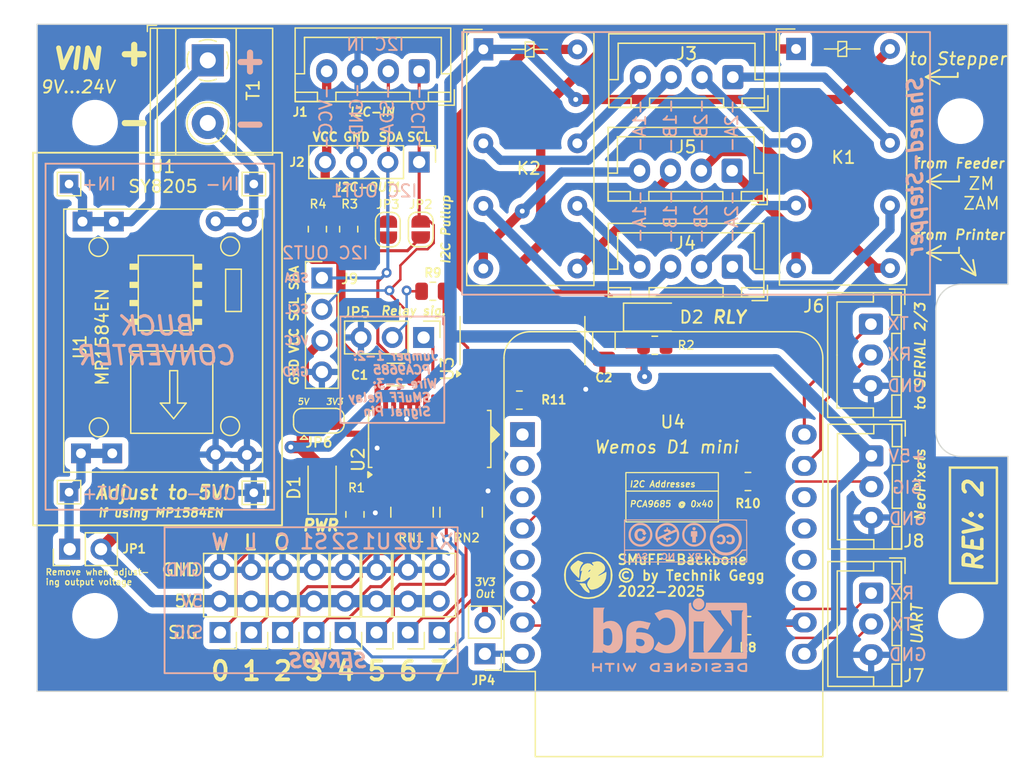
<source format=kicad_pcb>
(kicad_pcb (version 20240108) (generator "pcbnew") (generator_version "8.0")
  (title_block (title "SMuFF Backbone PCB") (date "2022-06-22") (rev "2") (company "Technik Gegg") (comment 4 "AISLER Project ID: QCVDIOMU"))
  (layers (0 "F.Cu" signal) (31 "B.Cu" signal) (34 "B.Paste" user) (35 "F.Paste" user) (36 "B.SilkS" user "B.Silkscreen") (37 "F.SilkS" user "F.Silkscreen") (38 "B.Mask" user) (39 "F.Mask" user) (44 "Edge.Cuts" user))
  (net 0 "")
  (net 1 "+3V3")
  (net 2 "GND")
  (net 3 "5VOUT")
  (net 4 "SCL")
  (net 5 "SDA")
  (net 6 "Servo 0")
  (net 7 "Servo 1")
  (net 8 "Servo 2")
  (net 9 "Servo 3")
  (net 10 "Servo 4")
  (net 11 "Servo 5")
  (net 12 "Servo 6")
  (net 13 "Servo 7")
  (net 14 "Net-(D1-K)")
  (net 15 "Net-(D2-K)")
  (net 16 "Net-(D2-A)")
  (net 17 "Net-(J3-Pin_1)")
  (net 18 "Net-(J3-Pin_3)")
  (net 19 "Net-(J3-Pin_4)")
  (net 20 "Net-(J3-Pin_2)")
  (net 21 "Net-(J4-Pin_1)")
  (net 22 "Net-(J4-Pin_2)")
  (net 23 "Net-(J4-Pin_4)")
  (net 24 "Net-(J4-Pin_3)")
  (net 25 "Net-(J5-Pin_2)")
  (net 26 "Net-(J5-Pin_1)")
  (net 27 "Net-(J5-Pin_4)")
  (net 28 "Net-(J5-Pin_3)")
  (net 29 "Net-(J6-Pin_1)")
  (net 30 "Net-(J6-Pin_2)")
  (net 31 "Net-(J7-Pin_2)")
  (net 32 "Net-(J7-Pin_1)")
  (net 33 "Net-(J8-Pin_2)")
  (net 34 "Net-(J9-Pin_3)")
  (net 35 "Net-(JP1-A)")
  (net 36 "Net-(JP2-B)")
  (net 37 "Net-(JP3-B)")
  (net 38 "Net-(JP4-A)")
  (net 39 "Net-(JP5-C)")
  (net 40 "Net-(U3-O3)")
  (net 41 "Net-(U3-O1)")
  (net 42 "Net-(U3-I1)")
  (net 43 "Net-(U4-SCK{slash}D5)")
  (net 44 "Net-(RN1-R4.1)")
  (net 45 "Net-(RN1-R3.1)")
  (net 46 "Net-(RN1-R2.1)")
  (net 47 "Net-(RN1-R1.1)")
  (net 48 "Net-(RN2-R3.1)")
  (net 49 "Net-(RN2-R2.1)")
  (net 50 "Net-(RN2-R1.1)")
  (net 51 "Net-(RN2-R4.1)")
  (net 52 "RELAY")
  (net 53 "Net-(T1-Pin_2)")
  (net 54 "Net-(T1-Pin_1)")
  (footprint "MountingHole:MountingHole_3.2mm_M3" (layer "F.Cu") (at 93.6 93.575)
    (property "Reference" "H2" (hide yes))
    (property "Value" "MountingHole")
  )
  (footprint "Connector_PinHeader_2.54mm:PinHeader_1x03_P2.54mm_Vertical" (layer "F.Cu") (at 113.8936 134.9248 180)
    (property "Reference" "SJ4" (hide yes))
    (property "Value" "S4")
  )
  (footprint "Connector_PinHeader_2.54mm:PinHeader_1x02_P2.54mm_Vertical" (layer "F.Cu") (at 125.222 136.657 180)
    (property "Reference" "JP4")
    (property "Value" "3.3V-Out")
  )
  (footprint "Resistor_SMD:R_0805_2012Metric" (layer "F.Cu") (at 139 111.633)
    (property "Reference" "R2")
    (property "Value" "220R")
  )
  (footprint "Connector_PinHeader_2.54mm:PinHeader_1x03_P2.54mm_Vertical" (layer "F.Cu") (at 108.8136 134.9248 180)
    (property "Reference" "SJ2" (hide yes))
    (property "Value" "S2")
  )
  (footprint "Resistor_SMD:R_Array_Concave_4x0603" (layer "F.Cu") (at 123.2916 125.1712 -90)
    (property "Reference" "RN2")
    (property "Value" "10K")
  )
  (footprint "Connector_PinHeader_2.54mm:PinHeader_1x02_P2.54mm_Vertical" (layer "F.Cu") (at 91.5416 128.1684 90)
    (property "Reference" "JP1")
    (property "Value" "5VOUT")
  )
  (footprint "Connector_JST:JST_XH_B4B-XH-A_1x04_P2.50mm_Vertical" (layer "F.Cu") (at 145.2696 97.468401 180)
    (property "Reference" "J5")
    (property "Value" "SMuFF")
  )
  (footprint "MountingHole:MountingHole_3.2mm_M3" (layer "F.Cu") (at 163.8 93.45)
    (property "Reference" "H3" (hide yes))
    (property "Value" "MountingHole")
  )
  (footprint "Relay_THT:Relay_DPDT_Finder_30.22" (layer "F.Cu") (at 125.095 87.63 -90)
    (property "Reference" "K2")
    (property "Value" "Finder 30.22.7.005")
  )
  (footprint "Connector_PinHeader_2.54mm:PinHeader_1x03_P2.54mm_Vertical" (layer "F.Cu") (at 103.7336 134.9248 180)
    (property "Reference" "SJ0" (hide yes))
    (property "Value" "S0")
  )
  (footprint "Resistor_SMD:R_0805_2012Metric" (layer "F.Cu") (at 121 107.25)
    (property "Reference" "R9")
    (property "Value" "0R")
  )
  (footprint "Connector_JST:JST_XH_B3B-XH-A_1x03_P2.50mm_Vertical" (layer "F.Cu") (at 156.5656 120.5992 -90)
    (property "Reference" "J8")
    (property "Value" "NPX")
  )
  (footprint "Connector_PinHeader_2.54mm:PinHeader_1x03_P2.54mm_Vertical" (layer "F.Cu") (at 121.5136 134.9248 180)
    (property "Reference" "SJ7" (hide yes))
    (property "Value" "S7")
  )
  (footprint "Resistor_SMD:R_0805_2012Metric" (layer "F.Cu") (at 146.558 134.366)
    (property "Reference" "R8")
    (property "Value" "10K")
  )
  (footprint "Jumper:SolderJumper-2_P1.3mm_Open_RoundedPad1.0x1.5mm" (layer "F.Cu") (at 120.015 102.235 -90)
    (property "Reference" "JP2")
    (property "Value" "Jumper")
  )
  (footprint "Connector_JST:JST_XH_B4B-XH-A_1x04_P2.50mm_Vertical" (layer "F.Cu") (at 145.288 105.2576 180)
    (property "Reference" "J4")
    (property "Value" "Printer")
  )
  (footprint "Resistor_SMD:R_0805_2012Metric" (layer "F.Cu") (at 146.558 122.682)
    (property "Reference" "R10")
    (property "Value" "0R")
  )
  (footprint "Connector_PinHeader_2.54mm:PinHeader_1x03_P2.54mm_Vertical" (layer "F.Cu") (at 120.25 111 -90)
    (property "Reference" "JP5")
    (property "Value" "Relay sig. select")
  )
  (footprint "MountingHole:MountingHole_3.2mm_M3" (layer "F.Cu") (at 93.6 133.575)
    (property "Reference" "H1" (hide yes))
    (property "Value" "MountingHole")
  )
  (footprint "Package_SO:TSSOP-28_4.4x9.7mm_P0.65mm" (layer "F.Cu") (at 120.743 119.2276 90)
    (property "Reference" "U2")
    (property "Value" "PCA9685PW")
  )
  (footprint "Resistor_SMD:R_0805_2012Metric" (layer "F.Cu") (at 114.681 125.349 -90)
    (property "Reference" "R1")
    (property "Value" "220R")
  )
  (footprint "Connector_PinHeader_2.54mm:PinHeader_1x03_P2.54mm_Vertical" (layer "F.Cu") (at 111.3536 134.9248 180)
    (property "Reference" "SJ3" (hide yes))
    (property "Value" "S3")
  )
  (footprint "Libraries:MP1584EN_Module" (layer "F.Cu") (at 99.695 111.76 -90)
    (property "Reference" "U1")
    (property "Value" "MP1584EN_Module")
  )
  (footprint "Resistor_SMD:R_0805_2012Metric" (layer "F.Cu") (at 128.016 116.078 180)
    (property "Reference" "R11")
    (property "Value" "10K")
  )
  (footprint "Connector_PinHeader_2.54mm:PinHeader_1x04_P2.54mm_Vertical" (layer "F.Cu") (at 112 106.172)
    (property "Reference" "J9")
    (property "Value" "I2C-OUT2")
  )
  (footprint "Connector_JST:JST_XH_B3B-XH-A_1x03_P2.50mm_Vertical" (layer "F.Cu") (at 156.5318 109.9204 -90)
    (property "Reference" "J6")
    (property "Value" "Serial2/3")
  )
  (footprint "TerminalBlock_Phoenix:TerminalBlock_Phoenix_MKDS-1,5-2-5.08_1x02_P5.08mm_Horizontal" (layer "F.Cu") (at 102.743 88.519 -90)
    (property "Reference" "T1")
    (property "Value" "VIN Screw Terminal")
  )
  (footprint "Package_SO:SOIC-16_3.9x9.9mm_P1.27mm" (layer "F.Cu") (at 128.27 111.252 90)
    (property "Reference" "U3")
    (property "Value" "ULN2003A")
  )
  (footprint "Connector_JST:JST_XH_B4B-XH-A_1x04_P2.50mm_Vertical" (layer "F.Cu") (at 119.888 89.408 180)
    (property "Reference" "J1")
    (property "Value" "I2C-IN")
  )
  (footprint "Capacitor_SMD:C_1206_3216Metric" (layer "F.Cu") (at 118 114)
    (property "Reference" "C1")
    (property "Value" "10uF")
  )
  (footprint "LED_SMD:LED_1206_3216Metric" (layer "F.Cu") (at 112.014 123.0376 90)
    (property "Reference" "D1")
    (property "Value" "PWR LED*")
  )
  (footprint "Capacitor_SMD:C_1206_3216Metric" (layer "F.Cu") (at 134.874 111.252 -90)
    (property "Reference" "C2")
    (property "Value" "0.1uF")
  )
  (footprint "Connector_PinHeader_2.54mm:PinHeader_1x04_P2.54mm_Vertical" (layer "F.Cu") (at 119.888 96.774 -90)
    (property "Reference" "J2")
    (property "Value" "I2C-OUT1")
  )
  (footprint "Resistor_SMD:R_0805_2012Metric" (layer "F.Cu") (at 111.633 102.2115 -90)
    (property "Reference" "R4")
    (property "Value" "4.7K")
  )
  (footprint "Connector_JST:JST_XH_B3B-XH-A_1x03_P2.50mm_Vertical" (layer "F.Cu") (at 156.5486 131.7352 -90)
    (property "Reference" "J7")
    (property "Value" "UART")
  )
  (footprint "Connector_PinHeader_2.54mm:PinHeader_1x03_P2.54mm_Vertical" (layer "F.Cu") (at 106.2736 134.9248 180)
    (property "Reference" "SJ1" (hide yes))
    (property "Value" "S1")
  )
  (footprint "Connector_PinHeader_2.54mm:PinHeader_1x03_P2.54mm_Vertical" (layer "F.Cu") (at 118.9736 134.9248 180)
    (property "Reference" "SJ6" (hide yes))
    (property "Value" "S6")
  )
  (footprint "MountingHole:MountingHole_3.2mm_M3" (layer "F.Cu") (at 163.825 133.575)
    (property "Reference" "H4" (hide yes))
    (property "Value" "MountingHole" (hide yes))
  )
  (footprint "Connector_PinHeader_2.54mm:PinHeader_1x03_P2.54mm_Vertical" (layer "F.Cu") (at 116.4336 134.9248 180)
    (property "Reference" "SJ5" (hide yes))
    (property "Value" "S5")
  )
  (footprint "TestPoint:TestPoint_THTPad_1.5x1.5mm_Drill0.7mm" (layer "F.Cu") (at 106.4768 123.5964)
    (property "Reference" "TP4")
    (property "Value" "SY8205-OUT-")
  )
  (footprint "Connector_JST:JST_XH_B4B-XH-A_1x04_P2.50mm_Vertical" (layer "F.Cu") (at 145.3296 89.8822 180)
    (property "Reference" "J3")
    (property "Value" "Stepper")
  )
  (footprint "Module:WEMOS_D1_mini_light" (layer "F.Cu") (at 128.27 118.872)
    (property "Reference" "U4")
    (property "Value" "Wemos D1 mini")
  )
  (footprint "Resistor_SMD:R_0805_2012Metric" (layer "F.Cu") (at 114.173 102.2115 -90)
    (property "Reference" "R3")
    (property "Value" "4.7K")
  )
  (footprint "Libraries:Logo-4mm" (layer "F.Cu") (at 133.604 130.302)
    (property "Reference" "G***")
    (property "Value" "LOGO" (hide yes))
  )
  (footprint "Jumper:SolderJumper-3_P1.3mm_Open_RoundedPad1.0x1.5mm" (layer "F.Cu") (at 111.75 117.75)
    (property "Reference" "JP6")
    (property "Value" "I2C VCC Sel.")
  )
  (footprint "TestPoint:TestPoint_THTPad_1.5x1.5mm_Drill0.7mm" (layer "F.Cu") (at 91.4908 123.5456)
    (property "Reference" "TP3")
    (property "Value" "SY8205-OUT+")
  )
  (footprint "Jumper:SolderJumper-2_P1.3mm_Open_RoundedPad1.0x1.5mm" (layer "F.Cu") (at 117.348 102.25 -90)
    (property "Reference" "JP3")
    (property "Value" "Jumper")
  )
  (footprint "TestPoint:TestPoint_THTPad_1.5x1.5mm_Drill0.7mm" (layer "F.Cu") (at 91.4908 98.552)
    (property "Reference" "TP1")
    (property "Value" "SY8205-IN+")
  )
  (footprint "Resistor_SMD:R_Array_Concave_4x0603" (layer "F.Cu") (at 119.31 125.1712 -90)
    (property "Reference" "RN1")
    (property "Value" "10K")
  )
  (footprint "TestPoint:TestPoint_THTPad_1.5x1.5mm_Drill0.7mm" (layer "F.Cu") (at 106.4768 98.552)
    (property "Reference" "TP2")
    (property "Value" "SY8205-IN-")
  )
  (footprint "LED_SMD:LED_1206_3216Metric" (layer "F.Cu") (at 138.75 109.347)
    (property "Reference" "D2")
    (property "Value" "Relay LED*")
  )
  (footprint "Relay_THT:Relay_DPDT_Finder_30.22" (layer "F.Cu") (at 150.4604 87.5962 -90)
    (property "Reference" "K1")
    (property "Value" "Finder 30.22.7.005")
  )
  (footprint "Libraries:Logo_silk_CC-BY-NC-SA_10x3.6mm" (layer "B.Cu") (at 141.5 127.5 180)
    (property "Reference" "G***" (hide yes))
    (property "Value" "LOGO" (hide yes))
  )
  (footprint "Symbol:KiCad-Logo2_5mm_SilkScreen" (layer "B.Cu") (at 140.208 135.128 180)
    (property "Reference" "REF**" (hide yes))
    (property "Value" "KiCad-Logo2_5mm_SilkScreen" (hide yes))
  )
  (gr_rect (start 113.5 109.3) (end 121.925 117.925) (stroke (width 0.15)) (fill none) (layer "B.SilkS"))
  (gr_rect (start 89.5858 96.901) (end 108.1278 124.968) (stroke (width 0.15)) (fill none) (layer "B.SilkS"))
  (gr_rect (start 123.375 86.225) (end 161.325 107.525) (stroke (width 0.15)) (fill none) (layer "B.SilkS"))
  (gr_rect (start 99.2378 126.3904) (end 123.0122 138.2268) (stroke (width 0.15)) (fill none) (layer "B.SilkS"))
  (gr_rect (start 88.5698 96.012) (end 108.7668 126.238) (stroke (width 0.15)) (fill none) (layer "F.SilkS"))
  (gr_rect (start 136.656 121.956) (end 144.156 125.956) (stroke (width 0.1)) (fill none) (layer "F.SilkS"))
  (gr_rect (start 162.941 121.551) (end 166.751 130.929) (stroke (width 0.2)) (fill none) (layer "F.SilkS"))
  (gr_line (start 136.656 123.456) (end 144.156 123.456) (stroke (width 0.1)) (layer "F.SilkS"))
  (gr_line (start 167.64 120.65) (end 167.64 139.7) (stroke (width 0.1)) (layer "Edge.Cuts"))
  (gr_line (start 163.83 106.68) (end 167.64 106.68) (stroke (width 0.1)) (layer "Edge.Cuts"))
  (gr_arc (start 163.83 120.65) (mid 162.393159 120.054841) (end 161.798 118.618) (stroke (width 0.1)) (layer "Edge.Cuts"))
  (gr_line (start 88.9 139.7) (end 167.64 139.7) (stroke (width 0.1)) (layer "Edge.Cuts"))
  (gr_line (start 161.798 108.712) (end 161.798 118.618) (stroke (width 0.1)) (layer "Edge.Cuts"))
  (gr_line (start 88.9 85.598) (end 88.9 139.7) (stroke (width 0.1)) (layer "Edge.Cuts"))
  (gr_arc (start 161.798 108.712) (mid 162.393159 107.275159) (end 163.83 106.68) (stroke (width 0.1)) (layer "Edge.Cuts"))
  (gr_line (start 167.64 85.598) (end 88.9 85.598) (stroke (width 0.1)) (layer "Edge.Cuts"))
  (gr_line (start 163.83 120.65) (end 167.64 120.65) (stroke (width 0.1)) (layer "Edge.Cuts"))
  (gr_line (start 167.64 85.598) (end 167.64 106.68) (stroke (width 0.1)) (layer "Edge.Cuts"))
  (gr_text "+5V" (at 159.478 120.6208 0) (layer "B.SilkS") (effects (font (size 1 1)) (justify mirror)))
  (gr_text "Shared-Stepper" (at 160.125 97.05 90) (layer "B.SilkS") (effects (font (size 1.2 1.2) (thickness 0.25) (italic yes)) (justify mirror)))
  (gr_text "VCC" (at 109.965333 111.252 0) (layer "B.SilkS") (effects (font (size 0.7 0.7) (thickness 0.15) (italic yes)) (justify mirror)))
  (gr_text "GND" (at 109.898667 113.792 0) (layer "B.SilkS") (effects (font (size 0.7 0.7) (thickness 0.15) (italic yes)) (justify mirror)))
  (gr_text "I2C OUT2" (at 112.268 104.14 0) (layer "B.SilkS") (effects (font (size 1 1)) (justify mirror)))
  (gr_text "OUT+" (at 94.5896 123.6472 0) (layer "B.SilkS") (effects (font (size 1 1)) (justify mirror)))
  (gr_text "RX" (at 159.0716 131.746 0) (layer "B.SilkS") (effects (font (size 1 1)) (justify mirror)))
  (gr_text "I2C OUT1" (at 116.2304 99.1108 0) (layer "B.SilkS") (effects (font (size 1 1)) (justify mirror)))
  (gr_text "-1A-" (at 137.7696 93.8276 90) (layer "B.SilkS") (effects (font (size 1 1)) (justify mirror)))
  (gr_text "C" (at 108.8136 127.5588 0) (layer "B.SilkS") (effects (font (size 1.2 1.2) (thickness 0.2)) (justify mirror)))
  (gr_text "-SCL-" (at 119.8372 93.1164 90) (layer "B.SilkS") (effects (font (size 1 1)) (justify mirror)))
  (gr_text "+" (at 106.172 88.519 0) (layer "B.SilkS") (effects (font (size 2 2) (thickness 0.5)) (justify mirror)))
  (gr_text "-2A-" (at 145.2372 93.8276 90) (layer "B.SilkS") (effects (font (size 1 1)) (justify mirror)))
  (gr_text "-2B-" (at 142.748 93.827601 90) (layer "B.SilkS") (effects (font (size 1 1)) (justify mirror)))
  (gr_text "SERVOS" (at 112.522 137.2108 0) (layer "B.SilkS") (effects (font (size 1.1 1.1) (thickness 0.25) (italic yes)) (justify mirror)))
  (gr_text "-1B-" (at 140.2588 93.827601 90) (layer "B.SilkS") (effects (font (size 1 1)) (justify mirror)))
  (gr_text "-VCC-" (at 112.3188 93.1164 90) (layer "B.SilkS") (effects (font (size 1 1)) (justify mirror)))
  (gr_text "-1A-" (at 137.7696 101.193601 90) (layer "B.SilkS") (effects (font (size 1 1)) (justify mirror)))
  (gr_text "U2" (at 118.9736 127.5588 0) (layer "B.SilkS") (effects (font (size 1.2 1.2) (thickness 0.2)) (justify mirror)))
  (gr_text "SIG" (at 101.163476 134.9248 0) (layer "B.SilkS") (effects (font (size 1 1)) (justify mirror)))
  (gr_text "-2A-" (at 145.2372 101.193601 90) (layer "B.SilkS") (effects (font (size 1 1)) (justify mirror)))
  (gr_text "GND" (at 100.853952 129.8448 0) (layer "B.SilkS") (effects (font (size 1 1)) (justify mirror)))
  (gr_text "L" (at 106.2736 127.5588 0) (layer "B.SilkS") (effects (font (size 1.2 1.2) (thickness 0.2)) (justify mirror)))
  (gr_text "TX" (at 159.0716 134.286 0) (layer "B.SilkS") (effects (font (size 1 1)) (justify mirror)))
  (gr_text "Jumper 1-2:\n PCA9685\nWire 2-3:\n SMuFF Relay\n Signal Pin" (at 121.5 114.75 0) (layer "B.SilkS") (effects (font (size 0.7 0.7) (thickness 0.175) (italic yes)) (justify left mirror)))
  (gr_text "SIG" (at 159.478 123.1608 0) (layer "B.SilkS") (effects (font (size 1 1)) (justify mirror)))
  (gr_text "5V" (at 101.473 132.3848 0) (layer "B.SilkS") (effects (font (size 1 1)) (justify mirror)))
  (gr_text "S1" (at 111.3536 127.5588 0) (layer "B.SilkS") (effects (font (size 1.2 1.2) (thickness 0.2)) (justify mirror)))
  (gr_text "X1" (at 121.525 127.5588 0) (layer "B.SilkS") (effects (font (size 1.2 1.2) (thickness 0.2)) (justify mirror)))
  (gr_text "BUCK\nCONVERTER" (at 98.679 111.252 0) (layer "B.SilkS") (effects (font (size 1.5 1.5) (thickness 0.25) (italic yes)) (justify mirror)))
  (gr_text "GND" (at 159.5288 125.7008 0) (layer "B.SilkS") (effects (font (size 1 1)) (justify mirror)))
  (gr_text "U1" (at 116.4336 127.5588 0) (layer "B.SilkS") (effects (font (size 1.2 1.2) (thickness 0.2)) (justify mirror)))
  (gr_text "TX" (at 158.743734 109.8804 0) (layer "B.SilkS") (effects (font (size 1 1)) (justify mirror)))
  (gr_text "-1B-" (at 140.2588 101.193602 90) (layer "B.SilkS") (effects (font (size 1 1)) (justify mirror)))
  (gr_text "SDA" (at 109.982 106.172 0) (layer "B.SilkS") (effects (font (size 0.7 0.7) (thickness 0.15) (italic yes)) (justify mirror)))
  (gr_text "-GND-" (at 114.808 93.1164 90) (layer "B.SilkS") (effects (font (size 1 1)) (justify mirror)))
  (gr_text "GND" (at 159.4104 114.9096 0) (layer "B.SilkS") (effects (font (size 1 1)) (justify mirror)))
  (gr_text "-SDA-" (at 117.2972 93.116399 90) (layer "B.SilkS") (effects (font (size 1 1)) (justify mirror)))
  (gr_text "OUT-" (at 103.0224 123.6472 0) (layer "B.SilkS") (effects (font (size 1 1)) (justify mirror)))
  (gr_text "-" (at 106.172 93.599 0) (layer "B.SilkS") (effects (font (size 2 2) (thickness 0.5)) (justify mirror)))
  (gr_text "SCL" (at 109.998667 108.712 0) (layer "B.SilkS") (effects (font (size 0.7 0.7) (thickness 0.15) (italic yes)) (justify mirror)))
  (gr_text "S2" (at 113.8936 127.5588 0) (layer "B.SilkS") (effects (font (size 1.2 1.2) (thickness 0.2)) (justify mirror)))
  (gr_text "W" (at 103.7336 127.5588 0) (layer "B.SilkS") (effects (font (size 1.2 1.2) (thickness 0.2)) (justify mirror)))
  (gr_text "IN-" (at 103.9368 98.552 0) (layer "B.SilkS") (effects (font (size 1 1)) (justify mirror)))
  (gr_text "I2C IN" (at 116.332 87.2236 0) (layer "B.SilkS") (effects (font (size 1 1)) (justify mirror)))
  (gr_text "-2B-" (at 142.748 101.193602 90) (layer "B.SilkS") (effects (font (size 1 1)) (justify mirror)))
  (gr_text "GND" (at 159.5288 136.7244 0) (layer "B.SilkS") (effects (font (size 1 1)) (justify mirror)))
  (gr_text "IN+" (at 93.9292 98.552 0) (layer "B.SilkS") (effects (font (size 1 1)) (justify mirror)))
  (gr_text "RX" (at 158.862781 112.3696 0) (layer "B.SilkS") (effects (font (size 1 1)) (justify mirror)))
  (gr_text "5V" (at 110.49 116.205 0) (layer "F.SilkS") (effects (font (size 0.5 0.5) (thickness 0.1) (italic yes))))
  (gr_text "9V...24V" (at 92.202 90.678 0) (layer "F.SilkS") (effects (font (size 1 1) (thickness 0.15) (italic yes))))
  (gr_text "RLY" (at 145.034 109.347 0) (layer "F.SilkS") (effects (font (size 1 1) (thickness 0.2) (bold yes) (italic yes))))
  (gr_text "I2C-OUT1" (at 115.824 98.806 0) (layer "F.SilkS") (effects (font (size 0.7 0.7) (thickness 0.15) (italic yes))))
  (gr_text "1" (at 106.299 138.049 0) (layer "F.SilkS") (effects (font (size 1.5 1.5) (thickness 0.3))))
  (gr_text "5V" (at 100.953067 132.3848 0) (layer "F.SilkS") (effects (font (size 1 1))))
  (gr_text "VIN" (at 92.202 88.392 0) (layer "F.SilkS") (effects (font (size 1.6 1.6) (thickness 0.4) (italic yes))))
  (gr_text "I2C Addresses\n\nPCA9685	@ 0x40\n" (at 136.906 123.698 0) (layer "F.SilkS") (effects (font (size 0.5 0.5) (thickness 0.1) (italic yes)) (justify left)))
  (gr_text "SMuFF-Backbone\n© by Technik Gegg\n2022-2025" (at 135.89 130.309007 0) (layer "F.SilkS") (effects (font (size 0.8 0.8)) (justify left)))
  (gr_text "SDA" (at 109.75 106.172 90) (layer "F.SilkS") (effects (font (size 0.7 0.7))))
  (gr_text "W" (at 103.759 127.635 -0) (layer "F.SilkS") (effects (font (size 1.2 1.2) (thickness 0.2))))
  (gr_text "3" (at 111.379 138.049 0) (layer "F.SilkS") (effects (font (size 1.5 1.5) (thickness 0.3))))
  (gr_text "0" (at 103.759 138.049 0) (layer "F.SilkS") (effects (font (size 1.5 1.5) (thickness 0.3))))
  (gr_text "GND" (at 114.808 94.742 0) (layer "F.SilkS") (effects (font (size 0.7 0.7))))
  (gr_text "SCL" (at 119.888 94.742 0) (layer "F.SilkS") (effects (font (size 0.7 0.7))))
  (gr_text "GND" (at 100.519734 129.8448 0) (layer "F.SilkS") (effects (font (size 1 1))))
  (gr_text "to SERIAL 2/3" (at 160.528 112.522 90) (layer "F.SilkS") (effects (font (size 0.8 0.8) (thickness 0.15) (italic yes))))
  (gr_text "NeoPixels" (at 160.528 122.936 90) (layer "F.SilkS") (effects (font (size 0.8 0.8) (thickness 0.15) (italic yes))))
  (gr_text "SIG" (at 100.7364 134.9248 0) (layer "F.SilkS") (effects (font (size 1 1))))
  (gr_text "I2C Pullup" (at 122.047 102.235 90) (layer "F.SilkS") (effects (font (size 0.7 0.7) (thickness 0.15) (italic yes))))
  (gr_text "C" (at 108.712 127.635 -0) (layer "F.SilkS") (effects (font (size 1.2 1.2) (thickness 0.2))))
  (gr_text "+" (at 96.774 87.884 0) (layer "F.SilkS") (effects (font (size 2 2) (thickness 0.5))))
  (gr_text "PWR" (at 111.887 126.238 0) (layer "F.SilkS") (effects (font (size 0.9 0.9) (thickness 0.225) (italic yes))))
  (gr_text "UART" (at 160.274 134.25 90) (layer "F.SilkS") (effects (font (size 0.9 0.9) (thickness 0.15) (italic yes))))
  (gr_text "Remove when adjust-\ning output voltage" (at 89.535 130.429 0) (layer "F.SilkS") (effects (font (size 0.5 0.5) (thickness 0.1)) (justify left)))
  (gr_text "7" (at 121.539 138.049 0) (layer "F.SilkS") (effects (font (size 1.5 1.5) (thickness 0.3))))
  (gr_text "Relay sig." (at 116.713 108.839 0) (layer "F.SilkS") (effects (font (size 0.7 0.7) (thickness 0.15) (italic yes)) (justify left)))
  (gr_text "SDA" (at 117.602 94.742 0) (layer "F.SilkS") (effects (font (size 0.7 0.7))))
  (gr_text "L" (at 106.172 127.635 -0) (layer "F.SilkS") (effects (font (size 1.2 1.2) (thickness 0.2))))
  (gr_text "REV: ${REVISION}" (at 164.846 126.238 90) (layer "F.SilkS") (effects (font (size 1.5 1.5) (thickness 0.3) (italic yes))))
  (gr_text "4" (at 113.919 138.049 0) (layer "F.SilkS") (effects (font (size 1.5 1.5) (thickness 0.3))))
  (gr_text "SCL" (at 109.75 108.712 90) (layer "F.SilkS") (effects (font (size 0.7 0.7))))
  (gr_text "Adjust to 5V!" (at 99.06 123.571 0) (layer "F.SilkS") (effects (font (size 1.1 1.1) (thickness 0.2) (italic yes))))
  (gr_text "VCC" (at 109.75 111.252 90) (layer "F.SilkS") (effects (font (size 0.7 0.7) (thickness 0.175) (bold yes))))
  (gr_text "-" (at 96.774 93.472 0) (layer "F.SilkS") (effects (font (size 2 2) (thickness 0.5))))
  (gr_text "VCC" (at 112.268 94.742 0) (layer "F.SilkS") (effects (font (size 0.7 0.7) (thickness 0.175) (bold yes))))
  (gr_text "Wemos D1 mini" (at 139.954 119.888 0) (layer "F.SilkS") (effects (font (size 1 1) (thickness 0.15) (italic yes))))
  (gr_text "3V3" (at 113.03 116.205 0) (layer "F.SilkS") (effects (font (size 0.5 0.5) (thickness 0.1) (italic yes))))
  (gr_text "ZM\nZAM" (at 165.5 99.314 0) (layer "F.SilkS") (effects (font (size 1 1) (thickness 0.125))))
  (gr_text "GND" (at 109.75 113.792 90) (layer "F.SilkS") (effects (font (size 0.7 0.7))))
  (gr_text "MP1584EN" (at 94.1832 110.9472 90) (layer "F.SilkS") (effects (font (size 1 1))))
  (gr_text "if using MP1584EN" (at 98.933 125.222 0) (layer "F.SilkS") (effects (font (size 0.7 0.7) (thickness 0.15) (italic yes))))
  (gr_text "5" (at 116.459 138.049 0) (layer "F.SilkS") (effects (font (size 1.5 1.5) (thickness 0.3))))
  (gr_text "I2C-IN" (at 116.078 92.71 0) (layer "F.SilkS") (effects (font (size 0.7 0.7) (thickness 0.15) (italic yes))))
  (gr_text "3V3\nOut" (at 125.222 131.318 0) (layer "F.SilkS") (effects (font (size 0.6 0.6) (thickness 0.12) (bold yes) (italic yes))))
  (gr_text "2" (at 108.839 138.049 0) (layer "F.SilkS") (effects (font (size 1.5 1.5) (thickness 0.3))))
  (gr_text "6" (at 118.999 138.049 0) (layer "F.SilkS") (effects (font (size 1.5 1.5) (thickness 0.3))))
  (gr_text "U1\nSY8205" (at 99.1108 97.9424 0) (layer "F.SilkS") (effects (font (size 1 1))))
  (dimension (type leader) (layer "F.SilkS") (pts (xy 165.3224 106.36) (xy 163.75 104.25)) (gr_text "" (at 163.2768 103.75 90) (layer "F.SilkS") (effects (font (size 0.7 0.7) (thickness 0.15) (italic yes)))) (format (prefix "") (suffix "") (units 0) (units_format 0) (precision 4) (override_value "")) (style (thickness 0.15) (arrow_length 1.27) (text_position_mode 0) (text_frame 1) (extension_offset 0.5)))
  (dimension (type leader) (layer "F.SilkS") (pts (xy 160.5788 98.3488) (xy 163.6776 98.3488)) (gr_text "from Feeder" (at 163.6776 96.8756 0) (layer "F.SilkS") (effects (font (size 0.8 0.8) (thickness 0.15) (italic yes)))) (format (prefix "") (suffix "") (units 0) (units_format 0) (precision 4) (override_value "from Feeder")) (style (thickness 0.15) (arrow_length 1.27) (text_position_mode 0) (text_frame 0) (extension_offset 0.5)))
  (dimension (type leader) (layer "F.SilkS") (pts (xy 160.4772 89.8652) (xy 163.576 89.8652)) (gr_text "to Stepper" (at 163.576 88.392 0) (layer "F.SilkS") (effects (font (size 1 1) (thickness 0.15) (italic yes)))) (format (prefix "") (suffix "") (units 0) (units_format 0) (precision 4) (override_value "to Stepper")) (style (thickness 0.15) (arrow_length 1.27) (text_position_mode 0) (text_frame 0) (extension_offset 0.5)))
  (dimension (type leader) (layer "F.SilkS") (pts (xy 160.5788 104.14) (xy 163.6776 104.14)) (gr_text "from Printer" (at 163.6776 102.6668 0) (layer "F.SilkS") (effects (font (size 0.8 0.8) (thickness 0.15) (italic yes)))) (format (prefix "") (suffix "") (units 0) (units_format 0) (precision 4) (override_value "from Printer")) (style (thickness 0.15) (arrow_length 1.27) (text_position_mode 0) (text_frame 0) (extension_offset 0.5)))
  (segment (start 127.1035 116.078) (end 127.1035 116.557038) (width 0.2) (layer "F.Cu") (net 1))
  (segment (start 110.358 101.732) (end 110.791 101.299) (width 0.75) (layer "F.Cu") (net 1))
  (segment (start 125.222 131.318) (end 125.222 134.117) (width 0.5) (layer "F.Cu") (net 1))
  (segment (start 110.358 103.754) (end 110.358 101.732) (width 0.75) (layer "F.Cu") (net 1))
  (segment (start 117.348 119.634) (end 116.518 118.804) (width 0.5) (layer "F.Cu") (net 1))
  (segment (start 112.388 96.654) (end 112.268 96.774) (width 0.75) (layer "F.Cu") (net 1))
  (segment (start 112.268 96.774) (end 112.268 100.664) (width 0.75) (layer "F.Cu") (net 1))
  (segment (start 116.518 118.804) (end 114.104 118.804) (width 0.5) (layer "F.Cu") (net 1))
  (segment (start 110.791 101.299) (end 111.633 101.299) (width 0.75) (layer "F.Cu") (net 1))
  (segment (start 116.518 118.804) (end 116.518 116.3651) (width 0.5) (layer "F.Cu") (net 1))
  (segment (start 126.325511 130.214489) (end 126.325511 121.932973) (width 0.5) (layer "F.Cu") (net 1))
  (segment (start 116.525 114) (end 115.95 114) (width 0.75) (layer "F.Cu") (net 1))
  (segment (start 116.5316 113.8936) (end 116.518 113.9072) (width 0.5) (layer "F.Cu") (net 1))
  (segment (start 113.29702 104.66102) (end 111.26502 104.66102) (width 0.75) (layer "F.Cu") (net 1))
  (segment (start 112.388 89.408) (end 112.388 96.654) (width 0.75) (layer "F.Cu") (net 1))
  (segment (start 126.325511 121.932973) (end 125.767269 121.374731) (width 0.5) (layer "F.Cu") (net 1))
  (segment (start 113.538 104.902) (end 113.29702 104.66102) (width 0.75) (layer "F.Cu") (net 1))
  (segment (start 115.95 114) (end 113.538 111.588) (width 0.75) (layer "F.Cu") (net 1))
  (segment (start 113.538 111.588) (end 113.538 104.902) (width 0.75) (layer "F.Cu") (net 1))
  (segment (start 124.026538 119.634) (end 117.348 119.634) (width 0.5) (layer "F.Cu") (net 1))
  (segment (start 116.518 113.9072) (end 116.518 116.3651) (width 0.5) (layer "F.Cu") (net 1))
  (segment (start 126.325511 130.214489) (end 125.222 131.318) (width 0.5) (layer "F.Cu") (net 1))
  (segment (start 125.767269 121.374731) (end 124.026538 119.634) (width 0.5) (layer "F.Cu") (net 1))
  (segment (start 112.268 100.664) (end 111.633 101.299) (width 0.75) (layer "F.Cu") (net 1))
  (segment (start 127.1035 116.557038) (end 124.026538 119.634) (width 0.2) (layer "F.Cu") (net 1))
  (segment (start 111.633 101.299) (end 114.173 101.299) (width 0.75) (layer "F.Cu") (net 1))
  (segment (start 111.26502 104.66102) (end 110.358 103.754) (width 0.75) (layer "F.Cu") (net 1))
  (segment (start 114.104 118.804) (end 113.05 117.75) (width 0.5) (layer "F.Cu") (net 1))
  (segment (start 119.768 116.3651) (end 119.768 114.18) (width 0.25) (layer "F.Cu") (net 2))
  (segment (start 134.747 113.853) (end 133.4 115.2) (width 0.5) (layer "F.Cu") (net 2))
  (segment (start 119.118 116.3651) (end 119.118 117.356) (width 0.25) (layer "F.Cu") (net 2))
  (segment (start 119.768 116.3651) (end 119.118 116.3651) (width 0.25) (layer "F.Cu") (net 2))
  (segment (start 115.2925 126.2615) (end 116.332 125.222) (width 0.2) (layer "F.Cu") (net 2))
  (segment (start 124.968 122.0901) (end 124.968 122.936) (width 0.25) (layer "F.Cu") (net 2))
  (segment (start 156.9734 137.16) (end 156.5486 136.7352) (width 0.2) (layer "F.Cu") (net 2))
  (segment (start 134.747 112.981) (end 134.747 113.853) (width 0.5) (layer "F.Cu") (net 2))
  (segment (start 147.4705 134.366) (end 150.876 134.366) (width 0.2) (layer "F.Cu") (net 2))
  (segment (start 116.518 122.0901) (end 116.518 120.005375) (width 0.25) (layer "F.Cu") (net 2))
  (segment (start 124.968 122.936) (end 125.476 123.444) (width 0.25) (layer "F.Cu") (net 2))
  (segment (start 114.681 126.2615) (end 115.2925 126.2615) (width 0.2) (layer "F.Cu") (net 2))
  (segment (start 117.168 122.0901) (end 116.518 122.0901) (width 0.25) (layer "F.Cu") (net 2))
  (segment (start 118.468 122.0901) (end 119.118 122.0901) (width 0.25) (layer "F.Cu") (net 2))
  (segment (start 119.118 116.3651) (end 118.468 116.3651) (width 0.25) (layer "F.Cu") (net 2))
  (segment (start 133.4 115.2) (end 132.715 114.515) (width 0.25) (layer "F.Cu") (net 2))
  (segment (start 117.818 122.0901) (end 117.168 122.0901) (width 0.25) (layer "F.Cu") (net 2))
  (segment (start 132.715 114.515) (end 132.715 113.727) (width 0.25) (layer "F.Cu") (net 2))
  (segment (start 150.876 134.366) (end 151.13 134.112) (width 0.2) (layer "F.Cu") (net 2))
  (segment (start 118.468 122.0901) (end 117.818 122.0901) (width 0.25) (layer "F.Cu") (net 2))
  (segment (start 116.518 120.005375) (end 116.478677 119.966052) (width 0.25) (layer "F.Cu") (net 2))
  (segment (start 119.118 117.356) (end 118.872 117.602) (width 0.25) (layer "F.Cu") (net 2))
  (via (at 116.478677 119.966052) (size 0.8) (drill 0.4) (layers "F.Cu" "B.Cu") (net 2))
  (via (at 133.4 115.2) (size 0.8) (drill 0.4) (layers "F.Cu" "B.Cu") (net 2))
  (via (at 118.872 117.602) (size 0.8) (drill 0.4) (layers "F.Cu" "B.Cu") (net 2))
  (via (at 116.332 125.222) (size 0.8) (drill 0.4) (layers "F.Cu" "B.Cu") (net 2))
  (via (at 125.476 123.444) (size 0.8) (drill 0.4) (layers "F.Cu" "B.Cu") (net 2))
  (segment (start 114.888 96.694) (end 114.808 96.774) (width 0.25) (layer "B.Cu") (net 2))
  (segment (start 106.4768 129.6416) (end 106.2736 129.8448) (width 0.75) (layer "B.Cu") (net 2))
  (segment (start 107.60917 126.492) (end 95.758 126.492) (width 1) (layer "F.Cu") (net 3))
  (segment (start 136.73 111.633) (end 138.0875 111.633) (width 0.5) (layer "F.Cu") (net 3))
  (segment (start 158.0804 87.5962) (end 153.9826 91.694) (width 0.75) (layer "F.Cu") (net 3))
  (segment (start 112.014 122.08717) (end 107.60917 126.492) (width 1) (layer "F.Cu") (net 3))
  (segment (start 133.874 108.777) (end 134.874 109.777) (width 0.5) (layer "F.Cu") (net 3))
  (segment (start 132.715 108.777) (end 133.874 108.777) (width 0.5) (layer "F.Cu") (net 3))
  (segment (start 138.0875 111.633) (end 138.0875 114.0845) (width 0.5) (layer "F.Cu") (net 3))
  (segment (start 95.758 126.492) (end 94.0816 128.1684) (width 1) (layer "F.Cu") (net 3))
  (segment (start 134.874 109.777) (end 136.73 111.633) (width 0.5) (layer "F.Cu") (net 3))
  (segment (start 138.0875 114.0845) (end 138.176 114.173) (width 0.5) (layer "F.Cu") (net 3))
  (segment (start 109.474 119.888) (end 110.2644 119.888) (width 1) (layer "F.Cu") (net 3))
  (segment (start 112.014 121.6376) (end 112.014 122.08717) (width 1) (layer "F.Cu") (net 3))
  (segment (start 110.45 119.45) (end 110.45 117.75) (width 1) (layer "F.Cu") (net 3))
  (segment (start 153.9826 91.694) (end 132.588 91.694) (width 0.75) (layer "F.Cu") (net 3))
  (segment (start 110.2644 119.888) (end 112.014 121.6376) (width 1) (layer "F.Cu") (net 3))
  (via (at 138.176 114.173) (size 1.2) (drill 0.4) (layers "F.Cu" "B.Cu") (net 3))
  (via (at 132.588 91.694) (size 1.2) (drill 0.4) (layers "F.Cu" "B.Cu") (net 3))
  (via (at 109.474 119.888) (size 1) (drill 0.4) (layers "F.Cu" "B.Cu") (net 3))
  (segment (start 108.8136 132.3848) (end 106.2736 132.3848) (width 1) (layer "B.Cu") (net 3))
  (segment (start 116.75 115.75) (end 119.599022 115.75) (width 1) (layer "B.Cu") (net 3))
  (segment (start 128.524 87.63) (end 125.095 87.63) (width 0.75) (layer "B.Cu") (net 3))
  (segment (start 132.588 110.998) (end 134.449511 112.859511) (width 1) (layer "B.Cu") (net 3))
  (segment (start 132.588 91.694) (end 128.524 87.63) (width 0.75) (layer "B.Cu") (net 3))
  (segment (start 122.428 112.921022) (end 122.428 110.744) (width 1) (layer "B.Cu") (net 3))
  (segment (start 148.825911 112.859511) (end 148.673511 112.859511) (width 1) (layer "B.Cu") (net 3))
  (segment (start 132.588 110.998) (end 132.504489 110.914489) (width 1) (layer "B.Cu") (net 3))
  (segment (start 116.75 115.75) (end 116.66 115.75) (width 0.75) (layer "B.Cu") (net 3))
  (segment (start 118.9736 132.3848) (end 116.4336 132.3848) (width 1) (layer "B.Cu") (net 3))
  (segment (start 156.5656 120.5992) (end 148.825911 112.859511) (width 1) (layer "B.Cu") (net 3))
  (segment (start 121.5136 132.3848) (end 118.9736 132.3848) (width 1) (layer "B.Cu") (net 3))
  (segment (start 122.428 90.297) (end 125.095 87.63) (width 1) (layer "B.Cu") (net 3))
  (segment (start 153.67 134.112) (end 151.13 136.652) (width 0.75) (layer "B.Cu") (net 3))
  (segment (start 112.522 119.888) (end 109.474 119.888) (width 0.75) (layer "B.Cu") (net 3))
  (segment (start 122.428 90.297) (end 122.428 110.744) (width 1) (layer "B.Cu") (net 3))
  (segment (start 116.66 115.75) (end 112.522 119.888) (width 0.75) (layer "B.Cu") (net 3))
  (segment (start 98.298 132.3848) (end 94.0816 128.1684) (width 1) (layer "B.Cu") (net 3))
  (segment (start 138.176 114.173) (end 138.176 112.859511) (width 0.5) (layer "B.Cu") (net 3))
  (segment (start 103.7336 132.3848) (end 98.298 132.3848) (width 1) (layer "B.Cu") (net 3))
  (segment (start 153.67 123.4948) (end 153.67 134.112) (width 0.75) (layer "B.Cu") (net 3))
  (segment (start 122.428 110.744) (end 122.598489 110.914489) (width 1) (layer "B.Cu") (net 3))
  (segment (start 138.176 112.859511) (end 148.673511 112.859511) (width 1) (layer "B.Cu") (net 3))
  (segment (start 119.599022 115.75) (end 122.428 112.921022) (width 1) (layer "B.Cu") (net 3))
  (segment (start 113.8936 132.3848) (end 111.3536 132.3848) (width 1) (layer "B.Cu") (net 3))
  (segment (start 116.4336 132.3848) (end 113.8936 132.3848) (width 1) (layer "B.Cu") (net 3))
  (segment (start 134.449511 112.859511) (end 138.176 112.859511) (width 1) (layer "B.Cu") (net 3))
  (segment (start 156.5656 120.5992) (end 153.67 123.4948) (width 0.75) (layer "B.Cu") (net 3))
  (segment (start 132.504489 110.914489) (end 122.598489 110.914489) (width 1) (layer "B.Cu") (net 3))
  (segment (start 111.3536 132.3848) (end 108.8136 132.3848) (width 1) (layer "B.Cu") (net 3))
  (segment (start 106.2736 132.3848) (end 103.7336 132.3848) (width 1) (layer "B.Cu") (net 3))
  (segment (start 120.77 101.585) (end 121.07 101.885) (width 0.2) (layer "F.Cu") (net 4))
  (segment (start 119.888 101.458) (end 119.888 96.774) (width 0.25) (layer "F.Cu") (net 4))
  (segment (start 118.364 105.156) (end 119.682 103.838) (width 0.2) (layer "F.Cu") (net 4))
  (segment (start 120.571 103.838) (end 119.682 103.838) (width 0.2) (layer "F.Cu") (net 4))
  (segment (start 118.364 106.299) (end 118.364 105.156) (width 0.2) (layer "F.Cu") (net 4))
  (segment (start 121.07 103.339) (end 120.571 103.838) (width 0.2) (layer "F.Cu") (net 4))
  (segment (start 118.364 115.081601) (end 117.818 115.627601) (width 0.2) (layer "F.Cu") (net 4))
  (segment (start 120.015 101.585) (end 120.77 101.585) (width 0.2) (layer "F.Cu") (net 4))
  (segment (start 117.475 107.442) (end 118.86 108.827) (width 0.2) (layer "F.Cu") (net 4))
  (segment (start 117.475 107.188) (end 118.364 106.299) (width 0.2) (layer "F.Cu") (net 4))
  (segment (start 119.888 89.408) (end 119.888 96.774) (width 0.25) (layer "F.Cu") (net 4))
  (segment (start 118.86 112.855256) (end 118.364 113.351256) (width 0.2) (layer "F.Cu") (net 4))
  (segment (start 118.364 113.351256) (end 118.364 115.081601) (width 0.2) (layer "F.Cu") (net 4))
  (segment (start 118.86 108.827) (end 118.86 112.855256) (width 0.2) (layer "F.Cu") (net 4))
  (segment (start 117.818 115.627601) (end 117.818 116.3651) (width 0.2) (layer "F.Cu") (net 4))
  (segment (start 121.07 101.885) (end 121.07 103.339) (width 0.2) (layer "F.Cu") (net 4))
  (via (at 117.475 107.188) (size 0.8) (drill 0.4) (layers "F.Cu" "B.Cu") (net 4))
  (segment (start 113.524 107.188) (end 112 108.712) (width 0.2) (layer "B.Cu") (net 4))
  (segment (start 117.475 107.188) (end 113.524 107.188) (width 0.2) (layer "B.Cu") (net 4))
  (segment (start 117.475 107.188) (end 117.475 107.442) (width 0.2) (layer "B.Cu") (net 4))
  (segment (start 116.535489 106.464511) (end 117.25 105.75) (width 0.25) (layer "F.Cu") (net 5))
  (segment (start 117.348 101.6) (end 117.348 96.774) (width 0.25) (layer "F.Cu") (net 5))
  (segment (start 117.168 116.3651) (end 117.168 115.242) (width 0.25) (layer "F.Cu") (net 5))
  (segment (start 117.388 96.734) (end 117.348 96.774) (width 0.25) (layer "F.Cu") (net 5))
  (segment (start 117.388 89.408) (end 117.388 96.734) (width 0.25) (layer "F.Cu") (net 5))
  (segment (start 116.535489 111.486499) (end 116.535489 106.464511) (width 0.25) (layer "F.Cu") (net 5))
  (segment (start 117.91448 112.86549) (end 116.535489 111.486499) (width 0.25) (layer "F.Cu") (net 5))
  (segment (start 117.91448 114.49552) (end 117.91448 112.86549) (width 0.25) (layer "F.Cu") (net 5))
  (segment (start 117.168 115.242) (end 117.91448 114.49552) (width 0.25) (layer "F.Cu") (net 5))
  (via (at 117.25 105.75) (size 0.8) (drill 0.4) (layers "F.Cu" "B.Cu") (net 5))
  (segment (start 116.828 106.172) (end 117.25 105.75) (width 0.25) (layer "B.Cu") (net 5))
  (segment (start 117.348 105.41) (end 117.348 96.774) (width 0.25) (layer "B.Cu") (net 5))
  (segment (start 112.268 106.172) (end 116.828 106.172) (width 0.25) (layer "B.Cu") (net 5))
  (segment (start 118.11 126.0212) (end 116.6758 126.0212) (width 0.25) (layer "F.Cu") (net 6))
  (segment (start 116.6758 126.0212) (end 114.935 127.762) (width 0.25) (layer "F.Cu") (net 6))
  (segment (start 105.029 133.6294) (end 103.7336 134.9248) (width 0.25) (layer "F.Cu") (net 6))
  (segment (start 105.029 129.42839) (end 105.029 133.6294) (width 0.25) (layer "F.Cu") (net 6))
  (segment (start 114.935 127.762) (end 106.69539 127.762) (width 0.25) (layer "F.Cu") (net 6))
  (segment (start 106.69539 127.762) (end 105.029 129.42839) (width 0.25) (layer "F.Cu") (net 6))
  (segment (start 106.2736 134.9248) (end 107.569 133.6294) (width 0.25) (layer "F.Cu") (net 7))
  (segment (start 118.91 126.7212) (end 118.91 126.0212) (width 0.25) (layer "F.Cu") (net 7))
  (segment (start 108.26248 128.21152) (end 115.75548 128.21152) (width 0.25) (layer "F.Cu") (net 7))
  (segment (start 115.75548 128.21152) (end 116.84 127.127) (width 0.25) (layer "F.Cu") (net 7))
  (segment (start 107.569 133.6294) (end 107.569 128.905) (width 0.25) (layer "F.Cu") (net 7))
  (segment (start 118.5042 127.127) (end 118.91 126.7212) (width 0.25) (layer "F.Cu") (net 7))
  (segment (start 107.569 128.905) (end 108.26248 128.21152) (width 0.25) (layer "F.Cu") (net 7))
  (segment (start 116.84 127.127) (end 118.5042 127.127) (width 0.25) (layer "F.Cu") (net 7))
  (segment (start 110.109 133.6294) (end 108.8136 134.9248) (width 0.25) (layer "F.Cu") (net 8))
  (segment (start 117.855282 128.524) (end 116.09339 128.524) (width 0.25) (layer "F.Cu") (net 8))
  (segment (start 119.71 126.669282) (end 117.855282 128.524) (width 0.25) (layer "F.Cu") (net 8))
  (segment (start 110.851711 131.210289) (end 110.109 131.953) (width 0.25) (layer "F.Cu") (net 8))
  (segment (start 116.09339 128.524) (end 115.189 129.42839) (width 0.25) (layer "F.Cu") (net 8))
  (segment (start 114.407711 131.210289) (end 110.851711 131.210289) (width 0.25) (layer "F.Cu") (net 8))
  (segment (start 115.189 129.42839) (end 115.189 130.429) (width 0.25) (layer "F.Cu") (net 8))
  (segment (start 119.71 126.0212) (end 119.71 126.669282) (width 0.25) (layer "F.Cu") (net 8))
  (segment (start 110.109 131.953) (end 110.109 133.6294) (width 0.25) (layer "F.Cu") (net 8))
  (segment (start 115.189 130.429) (end 114.407711 131.210289) (width 0.25) (layer "F.Cu") (net 8))
  (segment (start 115.947101 131.210289) (end 115.189 131.96839) (width 0.25) (layer "F.Cu") (net 9))
  (segment (start 114.20841 133.731) (end 112.5474 133.731) (width 0.25) (layer "F.Cu") (net 9))
  (segment (start 116.820711 131.210289) (end 115.947101 131.210289) (width 0.25) (layer "F.Cu") (net 9))
  (segment (start 112.5474 133.731) (end 111.3536 134.9248) (width 0.25) (layer "F.Cu") (net 9))
  (segment (start 115.189 132.75041) (end 114.20841 133.731) (width 0.25) (layer "F.Cu") (net 9))
  (segment (start 115.189 131.96839) (end 115.189 132.75041) (width 0.25) (layer "F.Cu") (net 9))
  (segment (start 120.51 126.0212) (end 120.51 126.505) (width 0.25) (layer "F.Cu") (net 9))
  (segment (start 117.799089 130.231911) (end 116.820711 131.210289) (width 0.25) (layer "F.Cu") (net 9))
  (segment (start 120.51 126.505) (end 117.799089 129.215911) (width 0.25) (layer "F.Cu") (net 9))
  (segment (start 117.799089 129.215911) (end 117.799089 130.231911) (width 0.25) (layer "F.Cu") (net 9))
  (segment (start 122.0916 126.0212) (end 122.0916 127.3055) (width 0.25) (layer "F.Cu") (net 10))
  (segment (start 122.0916 127.3055) (end 122.1671 127.381) (width 0.25) (layer "F.Cu") (net 10))
  (via (at 122.1671 127.381) (size 0.8) (drill 0.4) (layers "F.Cu" "B.Cu") (net 10))
  (segment (start 116.065778 136.906) (end 114.084578 134.9248) (width 0.25) (layer "B.Cu") (net 10))
  (segment (start 122.1671 127.381) (end 123.444 128.6579) (width 0.25) (layer "B.Cu") (net 10))
  (segment (start 123.444 128.6579) (end 123.444 135.343422) (width 0.25) (layer "B.Cu") (net 10))
  (segment (start 121.881422 136.906) (end 116.065778 136.906) (width 0.25) (layer "B.Cu") (net 10))
  (segment (start 123.444 135.343422) (end 121.881422 136.906) (width 0.25) (layer "B.Cu") (net 10))
  (segment (start 114.084578 134.9248) (end 113.8936 134.9248) (width 0.25) (layer "B.Cu") (net 10))
  (segment (start 122.000099 131.019311) (end 122.8916 130.12781) (width 0.25) (layer "F.Cu") (net 11))
  (segment (start 117.799089 133.559311) (end 116.4336 134.9248) (width 0.25) (layer "F.Cu") (net 11))
  (segment (start 118.319311 131.019311) (end 117.799089 131.539533) (width 0.25) (layer "F.Cu") (net 11))
  (segment (start 117.799089 131.539533) (end 117.799089 133.559311) (width 0.25) (layer "F.Cu") (net 11))
  (segment (start 118.319311 131.019311) (end 122.000099 131.019311) (width 0.25) (layer "F.Cu") (net 11))
  (segment (start 122.8916 130.12781) (end 122.8916 126.0212) (width 0.25) (layer "F.Cu") (net 11))
  (segment (start 123.6916 126.0212) (end 123.6916 131.86781) (width 0.25) (layer "F.Cu") (net 12))
  (segment (start 123.6916 131.86781) (end 121.82841 133.731) (width 0.25) (layer "F.Cu") (net 12))
  (segment (start 120.1674 133.731) (end 118.9736 134.9248) (width 0.25) (layer "F.Cu") (net 12))
  (segment (start 121.82841 133.731) (end 120.1674 133.731) (width 0.25) (layer "F.Cu") (net 12))
  (segment (start 124.4916 126.0212) (end 124.4916 131.9468) (width 0.25) (layer "F.Cu") (net 13))
  (segment (start 124.4916 131.9468) (end 121.5136 134.9248) (width 0.25) (layer "F.Cu") (net 13))
  (segment (start 112.0391 124.4125) (end 112.014 124.4376) (width 0.5) (layer "F.Cu") (net 14))
  (segment (start 114.75 124.4125) (end 112.0391 124.4125) (width 0.5) (layer "F.Cu") (net 14))
  (segment (start 129.39752 107.35248) (end 128.905 107.845) (width 0.5) (layer "F.Cu") (net 15))
  (segment (start 136.969 109.347) (end 134.97448 107.35248) (width 0.5) (layer "F.Cu") (net 15))
  (segment (start 134.97448 107.35248) (end 129.39752 107.35248) (width 0.5) (layer "F.Cu") (net 15))
  (segment (start 137.35 109.347) (end 136.969 109.347) (width 0.5) (layer "F.Cu") (net 15))
  (segment (start 128.905 107.845) (end 128.905 108.777) (width 0.5) (layer "F.Cu") (net 15))
  (segment (start 140.15 109.347) (end 140.15 111.3955) (width 0.2) (layer "F.Cu") (net 16))
  (segment (start 140.15 111.3955) (end 139.9125 111.633) (width 0.2) (layer "F.Cu") (net 16))
  (segment (start 158.0804 95.2162) (end 152.7464 89.8822) (width 0.75) (layer "B.Cu") (net 17))
  (segment (start 152.7464 89.8822) (end 145.3296 89.8822) (width 0.75) (layer "B.Cu") (net 17))
  (segment (start 133.587289 96.624511) (end 126.469511 96.624511) (width 0.75) (layer "B.Cu") (net 18))
  (segment (start 140.3296 89.8822) (end 133.587289 96.624511) (width 0.75) (layer "B.Cu") (net 18))
  (segment (start 126.469511 96.624511) (end 125.095 95.25) (width 0.75) (layer "B.Cu") (net 18))
  (segment (start 137.8296 89.8822) (end 137.8296 90.1354) (width 0.75) (layer "B.Cu") (net 19))
  (segment (start 137.8296 90.1354) (end 132.715 95.25) (width 0.75) (layer "B.Cu") (net 19))
  (segment (start 148.1636 95.2162) (end 142.8296 89.8822) (width 0.75) (layer "B.Cu") (net 20))
  (segment (start 150.4604 95.2162) (end 148.1636 95.2162) (width 0.75) (layer "B.Cu") (net 20))
  (segment (start 146.781111 106.750711) (end 153.599289 106.750711) (width 0.75) (layer "B.Cu") (net 21))
  (segment (start 158.0804 102.2696) (end 158.0804 100.2962) (width 0.75) (layer "B.Cu") (net 21))
  (segment (start 153.599289 106.750711) (end 158.0804 102.2696) (width 0.75) (layer "B.Cu") (net 21))
  (segment (start 145.288 105.2576) (end 146.781111 106.750711) (width 0.75) (layer "B.Cu") (net 21))
  (segment (start 147.7494 100.2962) (end 142.788 105.2576) (width 0.75) (layer "B.Cu") (net 22))
  (segment (start 150.4604 100.2962) (end 147.7494 100.2962) (width 0.75) (layer "B.Cu") (net 22))
  (segment (start 132.8604 100.33) (end 137.788 105.2576) (width 0.75) (layer "B.Cu") (net 23))
  (segment (start 132.715 100.33) (end 132.8604 100.33) (width 0.75) (layer "B.Cu") (net 23))
  (segment (start 138.73848 106.80712) (end 131.57212 106.80712) (width 0.75) (layer "B.Cu") (net 24))
  (segment (start 140.288 105.2576) (end 138.73848 106.80712) (width 0.75) (layer "B.Cu") (net 24))
  (segment (start 131.57212 106.80712) (end 125.095 100.33) (width 0.75) (layer "B.Cu") (net 24))
  (segment (start 148.242881 95.918881) (end 144.31912 95.918881) (width 0.75) (layer "F.Cu") (net 25))
  (segment (start 158.0804 105.3762) (end 156.9426 105.3762) (width 0.75) (layer "F.Cu") (net 25))
  (segment (start 156.9426 105.3762) (end 151.834911 100.268511) (width 0.75) (layer "F.Cu") (net 25))
  (segment (start 151.834911 99.510911) (end 148.242881 95.918881) (width 0.75) (layer "F.Cu") (net 25))
  (segment (start 144.31912 95.918881) (end 142.7696 97.468401) (width 0.75) (layer "F.Cu") (net 25))
  (segment (start 151.834911 100.268511) (end 151.834911 99.510911) (width 0.75) (layer "F.Cu") (net 25))
  (segment (start 150.4604 105.3762) (end 150.4604 102.659201) (width 0.75) (layer "F.Cu") (net 26))
  (segment (start 150.4604 102.659201) (end 145.2696 97.468401) (width 0.75) (layer "F.Cu") (net 26))
  (segment (start 125.095 103.905) (end 128.25 100.75) (width 0.75) (layer "F.Cu") (net 27))
  (segment (start 125.095 105.41) (end 125.095 103.905) (width 0.75) (layer "F.Cu") (net 27))
  (via (at 128.25 100.75) (size 1.2) (drill 0.4) (layers "F.Cu" "B.Cu") (net 27))
  (segment (start 128.25 100.75) (end 131.425969 97.574031) (width 0.75) (layer "B.Cu") (net 27))
  (segment (start 131.425969 97.574031) (end 137.66397 97.574031) (width 0.75) (layer "B.Cu") (net 27))
  (segment (start 137.66397 97.574031) (end 137.7696 97.468401) (width 0.75) (layer "B.Cu") (net 27))
  (segment (start 140.2696 97.468401) (end 140.2696 97.8554) (width 0.75) (layer "F.Cu") (net 28))
  (segment (start 140.2696 97.8554) (end 132.715 105.41) (width 0.75) (layer "F.Cu") (net 28))
  (segment (start 151.13 115.3222) (end 156.5318 109.9204) (width 0.25) (layer "F.Cu") (net 29))
  (segment (start 151.13 118.872) (end 151.13 115.3222) (width 0.25) (layer "F.Cu") (net 29))
  (segment (start 156.5318 112.4204) (end 152.45452 116.49768) (width 0.25) (layer "F.Cu") (net 30))
  (segment (start 152.45452 116.49768) (end 152.45452 120.08748) (width 0.25) (layer "F.Cu") (net 30))
  (segment (start 152.45452 120.08748) (end 151.13 121.412) (width 0.25) (layer "F.Cu") (net 30))
  (segment (start 145.6455 134.366) (end 128.524 134.366) (width 0.2) (layer "F.Cu") (net 31))
  (segment (start 146.6455 135.366) (end 145.6455 134.366) (width 0.2) (layer "F.Cu") (net 31))
  (segment (start 155.4178 135.366) (end 146.6455 135.366) (width 0.2) (layer "F.Cu") (net 31))
  (segment (start 156.5486 134.2352) (end 155.4178 135.366) (width 0.2) (layer "F.Cu") (net 31))
  (segment (start 128.524 134.366) (end 128.27 134.112) (width 0.2) (layer "F.Cu") (net 31))
  (segment (start 156.5486 131.7352) (end 155.2718 133.012) (width 0.2) (layer "F.Cu") (net 32))
  (segment (start 129.71 133.012) (end 128.27 131.572) (width 0.2) (layer "F.Cu") (net 32))
  (segment (start 155.2718 133.012) (end 129.71 133.012) (width 0.2) (layer "F.Cu") (net 32))
  (segment (start 156.5656 123.0992) (end 156.1484 122.682) (width 0.2) (layer "F.Cu") (net 33))
  (segment (start 156.5656 123.813178) (end 156.5656 123.0992) (width 0.25) (layer "F.Cu") (net 33))
  (segment (start 156.1484 122.682) (end 147.4705 122.682) (width 0.2) (layer "F.Cu") (net 33))
  (segment (start 111.75 116.83) (end 111.75 117.75) (width 0.75) (layer "F.Cu") (net 34))
  (segment (start 110.575 112.677) (end 110.575 115.655) (width 0.75) (layer "F.Cu") (net 34))
  (segment (start 110.575 115.655) (end 111.75 116.83) (width 0.75) (layer "F.Cu") (net 34))
  (segment (start 112 111.252) (end 110.575 112.677) (width 0.75) (layer "F.Cu") (net 34))
  (segment (start 92.456 120.396) (end 92.456 122.5804) (width 0.75) (layer "B.Cu") (net 35))
  (segment (start 91.4908 128.1176) (end 91.5416 128.1684) (width 0.75) (layer "B.Cu") (net 35))
  (segment (start 91.4908 123.5456) (end 91.4908 128.1176) (width 0.75) (layer "B.Cu") (net 35))
  (segment (start 92.456 122.5804) (end 91.4908 123.5456) (width 0.75) (layer "B.Cu") (net 35))
  (segment (start 94.996 120.396) (end 92.456 120.396) (width 0.75) (layer "B.Cu") (net 35))
  (segment (start 118.93898 103.96102) (end 112.47002 103.96102) (width 0.25) (layer "F.Cu") (net 36))
  (segment (start 120.015 102.885) (end 118.93898 103.96102) (width 0.25) (layer "F.Cu") (net 36))
  (segment (start 112.47002 103.96102) (end 111.633 103.124) (width 0.25) (layer "F.Cu") (net 36))
  (segment (start 114.397 102.9) (end 114.173 103.124) (width 0.25) (layer "F.Cu") (net 37))
  (segment (start 117.348 102.9) (end 114.397 102.9) (width 0.25) (layer "F.Cu") (net 37))
  (segment (start 128.27 136.652) (end 125.227 136.652) (width 0.5) (layer "B.Cu") (net 38))
  (segment (start 125.227 136.652) (end 125.222 136.657) (width 0.5) (layer "B.Cu") (net 38))
  (segment (start 120.0875 107.25) (end 118.934 107.25) (width 0.2) (layer "F.Cu") (net 39))
  (segment (start 118.934 107.25) (end 118.872 107.188) (width 0.2) (layer "F.Cu") (net 39))
  (via (at 118.872 107.188) (size 0.8) (drill 0.4) (layers "F.Cu" "B.Cu") (net 39))
  (segment (start 118.872 107.188) (end 118.872 109.838) (width 0.2) (layer "B.Cu") (net 39))
  (segment (start 118.872 109.838) (end 117.71 111) (width 0.2) (layer "B.Cu") (net 39))
  (segment (start 134.7808 87.5962) (end 129.75 92.627) (width 0.75) (layer "F.Cu") (net 40))
  (segment (start 129.75 92.627) (end 129.75 103.392374) (width 0.75) (layer "F.Cu") (net 40))
  (segment (start 129.75 103.392374) (end 126.365 106.777374) (width 0.75) (layer "F.Cu") (net 40))
  (segment (start 150.4604 87.5962) (end 134.7808 87.5962) (width 0.75) (layer "F.Cu") (net 40))
  (segment (start 126.365 106.777374) (end 126.365 108.777) (width 0.75) (layer "F.Cu") (net 40))
  (segment (start 123.825 107.325) (end 122.99952 106.49952) (width 0.75) (layer "F.Cu") (net 41))
  (segment (start 123.825 108.777) (end 123.825 107.325) (width 0.75) (layer "F.Cu") (net 41))
  (segment (start 122.99952 106.49952) (end 122.99952 93.25048) (width 0.75) (layer "F.Cu") (net 41))
  (segment (start 128.62 87.63) (end 132.715 87.63) (width 0.75) (layer "F.Cu") (net 41))
  (segment (start 122.99952 93.25048) (end 128.62 87.63) (width 0.75) (layer "F.Cu") (net 41))
  (segment (start 128.905 113.727) (end 128.905 116.0545) (width 0.2) (layer "F.Cu") (net 42))
  (segment (start 121.9125 109.9125) (end 123.825 111.825) (width 0.25) (layer "F.Cu") (net 42))
  (segment (start 126.365 113.727) (end 127.635 113.727) (width 0.5) (layer "F.Cu") (net 42))
  (segment (start 123.825 113.727) (end 125.095 113.727) (width 0.5) (layer "F.Cu") (net 42))
  (segment (start 121.9125 107.25) (end 121.9125 109.9125) (width 0.25) (layer "F.Cu") (net 42))
  (segment (start 127.635 113.727) (end 128.905 113.727) (width 0.5) (layer "F.Cu") (net 42))
  (segment (start 128.905 116.0545) (end 128.9285 116.078) (width 0.2) (layer "F.Cu") (net 42))
  (segment (start 125.095 113.727) (end 126.365 113.727) (width 0.5) (layer "F.Cu") (net 42))
  (segment (start 123.825 111.825) (end 123.825 113.727) (width 0.25) (layer "F.Cu") (net 42))
  (segment (start 132.08 122.682) (end 128.27 126.492) (width 0.2) (layer "F.Cu") (net 43))
  (segment (start 145.6455 122.682) (end 132.08 122.682) (width 0.2) (layer "F.Cu") (net 43))
  (segment (start 118.11 123.6712) (end 118.11 124.3212) (width 0.2) (layer "F.Cu") (net 44))
  (segment (start 118.65408 123.12712) (end 118.11 123.6712) (width 0.2) (layer "F.Cu") (net 44))
  (segment (start 119.768 122.0901) (end 119.768 122.742606) (width 0.2) (layer "F.Cu") (net 44))
  (segment (start 119.383486 123.12712) (end 118.65408 123.12712) (width 0.2) (layer "F.Cu") (net 44))
  (segment (start 119.768 122.742606) (end 119.383486 123.12712) (width 0.2) (layer "F.Cu") (net 44))
  (segment (start 120.418 122.0901) (end 120.418 122.742606) (width 0.2) (layer "F.Cu") (net 45))
  (segment (start 119.589606 123.571) (end 119.0102 123.571) (width 0.2) (layer "F.Cu") (net 45))
  (segment (start 119.0102 123.571) (end 118.91 123.6712) (width 0.2) (layer "F.Cu") (net 45))
  (segment (start 120.418 122.742606) (end 119.589606 123.571) (width 0.2) (layer "F.Cu") (net 45))
  (segment (start 118.91 123.6712) (end 118.91 124.3212) (width 0.2) (layer "F.Cu") (net 45))
  (segment (start 120.395311 123.571689) (end 120.153923 123.571689) (width 0.2) (layer "F.Cu") (net 46))
  (segment (start 121.068 122.0901) (end 121.068 122.899) (width 0.2) (layer "F.Cu") (net 46))
  (segment (start 121.068 122.899) (end 120.395311 123.571689) (width 0.2) (layer "F.Cu") (net 46))
  (segment (start 119.71 124.015612) (end 119.71 124.3212) (width 0.2) (layer "F.Cu") (net 46))
  (segment (start 120.153923 123.571689) (end 119.71 124.015612) (width 0.2) (layer "F.Cu") (net 46))
  (segment (start 121.592089 122.216011) (end 121.592089 123.239111) (width 0.2) (layer "F.Cu") (net 47))
  (segment (start 121.718 122.0901) (end 121.592089 122.216011) (width 0.2) (layer "F.Cu") (net 47))
  (segment (start 121.592089 123.239111) (end 120.51 124.3212) (width 0.2) (layer "F.Cu") (net 47))
  (segment (start 123.018 122.0901) (end 123.018 124.1948) (width 0.25) (layer "F.Cu") (net 48))
  (segment (start 123.018 124.1948) (end 122.8916 124.3212) (width 0.25) (layer "F.Cu") (net 48))
  (segment (start 123.668 122.0901) (end 123.668 124.2976) (width 0.25) (layer "F.Cu") (net 49))
  (segment (start 123.668 124.2976) (end 123.6916 124.3212) (width 0.25) (layer "F.Cu") (net 49))
  (segment (start 124.318 124.1476) (end 124.4916 124.3212) (width 0.25) (layer "F.Cu") (net 50))
  (segment (start 124.318 122.0901) (end 124.318 124.1476) (width 0.25) (layer "F.Cu") (net 50))
  (segment (start 122.0916 123.054361) (end 122.0916 124.3212) (width 0.25) (layer "F.Cu") (net 51))
  (segment (start 122.368 122.0901) (end 122.368 122.777961) (width 0.25) (layer "F.Cu") (net 51))
  (segment (start 122.368 122.777961) (end 122.0916 123.054361) (width 0.25) (layer "F.Cu") (net 51))
  (segment (start 120.418 115.04) (end 121 114.458) (width 0.25) (layer "F.Cu") (net 52))
  (segment (start 121 114.458) (end 121 111.75) (width 0.25) (layer "F.Cu") (net 52))
  (segment (start 121 111.75) (end 120.25 111) (width 0.25) (layer "F.Cu") (net 52))
  (segment (start 120.418 116.3651) (end 120.418 115.04) (width 0.25) (layer "F.Cu") (net 52))
  (segment (start 105.918 101.6) (end 103.4034 101.6) (width 0.75) (layer "B.Cu") (net 53))
  (segment (start 106.4768 101.0412) (end 105.918 101.6) (width 0.75) (layer "B.Cu") (net 53))
  (segment (start 103.4034 101.6) (end 103.378 101.5746) (width 0.75) (layer "B.Cu") (net 53))
  (segment (start 106.4768 98.552) (end 106.4768 97.3328) (width 0.75) (layer "B.Cu") (net 53))
  (segment (start 106.4768 97.3328) (end 102.743 93.599) (width 0.75) (layer "B.Cu") (net 53))
  (segment (start 106.4768 98.552) (end 106.4768 101.0412) (width 0.75) (layer "B.Cu") (net 53))
  (segment (start 92.583 99.6442) (end 91.4908 98.552) (width 0.75) (layer "B.Cu") (net 54))
  (segment (start 96.52 101.6) (end 95.123 101.6) (width 0.75) (layer "B.Cu") (net 54))
  (segment (start 92.583 101.6) (end 92.583 99.6442) (width 0.75) (layer "B.Cu") (net 54))
  (segment (start 98.044 100.076) (end 96.52 101.6) (width 0.75) (layer "B.Cu") (net 54))
  (segment (start 98.044 93.218) (end 98.044 100.076) (width 0.75) (layer "B.Cu") (net 54))
  (segment (start 95.123 101.6) (end 92.583 101.6) (width 0.75) (layer "B.Cu") (net 54))
  (segment (start 102.743 88.519) (end 98.044 93.218) (width 0.75) (layer "B.Cu") (net 54))
  (zone (net 2) (net_name "GND") (layer "B.Cu") (connect_pads (clearance 0.508)) (min_thickness 0.254) (fill yes (thermal_gap 0.508) (thermal_bridge_width 0.508))
    (polygon (pts (xy 167.64 106.68) (xy 161.798 106.68) (xy 161.798 120.65) (xy 167.64 120.65) (xy 167.64 139.7) (xy 88.9 139.7) (xy 88.9 85.598) (xy 167.64 85.598)))
  )
)
</source>
